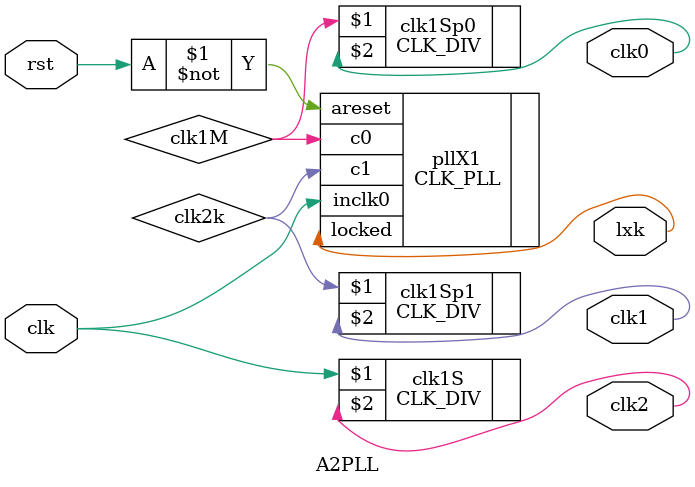
<source format=v>
`timescale 1ns / 1ps

module A2PLL(input rst, input clk, output clk2, output clk0, output clk1, output lxk);

// counter clk:50MHz -> clk2:1Hz
CLK_DIV#(32'd50_000_000) clk1S(clk, clk2);

// PLL clk:50MHz -> clk1M:1Mhz, clk2k:2kHz
wire clk1M, clk2k;
CLK_PLL pllX1(.inclk0(clk), .c0(clk1M), .c1(clk2k), .areset(~rst), .locked(lxk));
CLK_DIV#(32'd1_000_000) clk1Sp0(clk1M, clk0);
CLK_DIV#(32'd2000) clk1Sp1(clk2k, clk1);

endmodule
</source>
